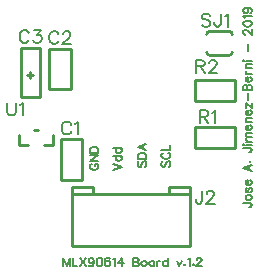
<source format=gto>
G04 Layer: TopSilkLayer*
G04 EasyEDA v6.1.49, Tue, 04 Jun 2019 06:49:07 GMT*
G04 9f8e81427d8b462fa1083d36fee6df15,195b170a8e6c43a181dcefc3e1346bee,10*
G04 Gerber Generator version 0.2*
G04 Scale: 100 percent, Rotated: No, Reflected: No *
G04 Dimensions in millimeters *
G04 leading zeros omitted , absolute positions ,3 integer and 3 decimal *
%FSLAX33Y33*%
%MOMM*%
G90*
G71D02*

%ADD10C,0.254000*%
%ADD21C,0.228600*%
%ADD22C,0.203200*%
%ADD23C,0.177800*%
%ADD24C,0.152400*%

%LPD*%
G54D10*
G01X1691Y14917D02*
G01X1691Y19083D01*
G01X3317Y19083D01*
G01X3317Y14917D01*
G01X1691Y14917D01*
G01X2504Y16568D02*
G01X2504Y17051D01*
G01X2758Y16822D02*
G01X2250Y16822D01*
G54D21*
G01X6901Y11350D02*
G01X6901Y7950D01*
G01X5102Y7950D01*
G01X5102Y11350D01*
G01X6901Y11350D01*
G01X4103Y15649D02*
G01X4103Y19049D01*
G01X5903Y19049D01*
G01X5903Y15649D01*
G01X4103Y15649D01*
G01X19851Y10603D02*
G01X16451Y10603D01*
G01X16451Y12403D01*
G01X19851Y12403D01*
G01X19851Y10603D01*
G01X19852Y14599D02*
G01X16452Y14599D01*
G01X16452Y16399D01*
G01X19852Y16399D01*
G01X19852Y14599D01*
G54D10*
G01X16007Y3509D02*
G01X16007Y5491D01*
G01X5999Y3001D02*
G01X5999Y5999D01*
G01X5999Y6710D02*
G01X7802Y6710D01*
G01X7802Y7294D01*
G01X5999Y7294D01*
G01X5999Y6710D01*
G01X5999Y2290D01*
G01X16007Y2290D01*
G01X16007Y6710D01*
G01X14203Y6710D01*
G01X14203Y7294D01*
G01X16007Y7294D01*
G01X16007Y6710D01*
G01X14203Y6710D02*
G01X7802Y6710D01*
G01X3182Y12136D02*
G01X2827Y12136D01*
G01X1557Y11755D02*
G01X1557Y10866D01*
G01X2319Y10866D01*
G01X3690Y10866D02*
G01X4452Y10866D01*
G01X4452Y11755D01*
G01X19318Y18482D02*
G01X17692Y18482D01*
G01X17692Y20514D02*
G01X19318Y20514D01*
G54D22*
G01X7683Y9298D02*
G01X7614Y9263D01*
G01X7546Y9194D01*
G01X7510Y9126D01*
G01X7510Y8986D01*
G01X7546Y8917D01*
G01X7614Y8849D01*
G01X7683Y8813D01*
G01X7787Y8780D01*
G01X7960Y8780D01*
G01X8064Y8813D01*
G01X8133Y8849D01*
G01X8204Y8917D01*
G01X8237Y8986D01*
G01X8237Y9126D01*
G01X8204Y9194D01*
G01X8133Y9263D01*
G01X8064Y9298D01*
G01X7960Y9298D01*
G01X7960Y9126D02*
G01X7960Y9298D01*
G01X7510Y9527D02*
G01X8237Y9527D01*
G01X7510Y9527D02*
G01X8237Y10012D01*
G01X7510Y10012D02*
G01X8237Y10012D01*
G01X7510Y10241D02*
G01X8237Y10241D01*
G01X7510Y10241D02*
G01X7510Y10482D01*
G01X7546Y10586D01*
G01X7614Y10657D01*
G01X7683Y10690D01*
G01X7787Y10726D01*
G01X7960Y10726D01*
G01X8064Y10690D01*
G01X8133Y10657D01*
G01X8204Y10586D01*
G01X8237Y10482D01*
G01X8237Y10241D01*
G01X9489Y8760D02*
G01X10218Y9037D01*
G01X9489Y9314D02*
G01X10218Y9037D01*
G01X9489Y9959D02*
G01X10218Y9959D01*
G01X9837Y9959D02*
G01X9766Y9890D01*
G01X9733Y9819D01*
G01X9733Y9715D01*
G01X9766Y9646D01*
G01X9837Y9578D01*
G01X9941Y9542D01*
G01X10010Y9542D01*
G01X10114Y9578D01*
G01X10182Y9646D01*
G01X10218Y9715D01*
G01X10218Y9819D01*
G01X10182Y9890D01*
G01X10114Y9959D01*
G01X9489Y10601D02*
G01X10218Y10601D01*
G01X9837Y10601D02*
G01X9766Y10533D01*
G01X9733Y10464D01*
G01X9733Y10360D01*
G01X9766Y10292D01*
G01X9837Y10220D01*
G01X9941Y10187D01*
G01X10010Y10187D01*
G01X10114Y10220D01*
G01X10182Y10292D01*
G01X10218Y10360D01*
G01X10218Y10464D01*
G01X10182Y10533D01*
G01X10114Y10601D01*
G01X11684Y9486D02*
G01X11615Y9418D01*
G01X11579Y9314D01*
G01X11579Y9174D01*
G01X11615Y9070D01*
G01X11684Y9001D01*
G01X11755Y9001D01*
G01X11823Y9037D01*
G01X11856Y9070D01*
G01X11892Y9141D01*
G01X11960Y9347D01*
G01X11996Y9418D01*
G01X12031Y9451D01*
G01X12100Y9486D01*
G01X12204Y9486D01*
G01X12273Y9418D01*
G01X12308Y9314D01*
G01X12308Y9174D01*
G01X12273Y9070D01*
G01X12204Y9001D01*
G01X11579Y9715D02*
G01X12308Y9715D01*
G01X11579Y9715D02*
G01X11579Y9956D01*
G01X11615Y10060D01*
G01X11684Y10132D01*
G01X11755Y10165D01*
G01X11856Y10200D01*
G01X12031Y10200D01*
G01X12136Y10165D01*
G01X12204Y10132D01*
G01X12273Y10060D01*
G01X12308Y9956D01*
G01X12308Y9715D01*
G01X11579Y10706D02*
G01X12308Y10429D01*
G01X11579Y10706D02*
G01X12308Y10982D01*
G01X12065Y10533D02*
G01X12065Y10878D01*
G01X13690Y9486D02*
G01X13622Y9418D01*
G01X13586Y9314D01*
G01X13586Y9174D01*
G01X13622Y9070D01*
G01X13690Y9001D01*
G01X13761Y9001D01*
G01X13830Y9037D01*
G01X13863Y9070D01*
G01X13898Y9141D01*
G01X13967Y9347D01*
G01X14003Y9418D01*
G01X14038Y9451D01*
G01X14107Y9486D01*
G01X14211Y9486D01*
G01X14279Y9418D01*
G01X14315Y9314D01*
G01X14315Y9174D01*
G01X14279Y9070D01*
G01X14211Y9001D01*
G01X13761Y10233D02*
G01X13690Y10200D01*
G01X13622Y10132D01*
G01X13586Y10060D01*
G01X13586Y9923D01*
G01X13622Y9852D01*
G01X13690Y9784D01*
G01X13761Y9751D01*
G01X13863Y9715D01*
G01X14038Y9715D01*
G01X14142Y9751D01*
G01X14211Y9784D01*
G01X14279Y9852D01*
G01X14315Y9923D01*
G01X14315Y10060D01*
G01X14279Y10132D01*
G01X14211Y10200D01*
G01X14142Y10233D01*
G01X13586Y10462D02*
G01X14315Y10462D01*
G01X14315Y10462D02*
G01X14315Y10878D01*
G01X5280Y1343D02*
G01X5280Y614D01*
G01X5280Y1343D02*
G01X5557Y614D01*
G01X5834Y1343D02*
G01X5557Y614D01*
G01X5834Y1343D02*
G01X5834Y614D01*
G01X6062Y1343D02*
G01X6062Y614D01*
G01X6062Y614D02*
G01X6479Y614D01*
G01X6708Y1343D02*
G01X7193Y614D01*
G01X7193Y1343D02*
G01X6708Y614D01*
G01X7871Y1099D02*
G01X7835Y995D01*
G01X7767Y927D01*
G01X7663Y891D01*
G01X7630Y891D01*
G01X7526Y927D01*
G01X7454Y995D01*
G01X7421Y1099D01*
G01X7421Y1135D01*
G01X7454Y1239D01*
G01X7526Y1308D01*
G01X7630Y1343D01*
G01X7663Y1343D01*
G01X7767Y1308D01*
G01X7835Y1239D01*
G01X7871Y1099D01*
G01X7871Y927D01*
G01X7835Y754D01*
G01X7767Y650D01*
G01X7663Y614D01*
G01X7594Y614D01*
G01X7490Y650D01*
G01X7454Y718D01*
G01X8308Y1343D02*
G01X8204Y1308D01*
G01X8135Y1203D01*
G01X8100Y1031D01*
G01X8100Y927D01*
G01X8135Y754D01*
G01X8204Y650D01*
G01X8308Y614D01*
G01X8376Y614D01*
G01X8481Y650D01*
G01X8549Y754D01*
G01X8585Y927D01*
G01X8585Y1031D01*
G01X8549Y1203D01*
G01X8481Y1308D01*
G01X8376Y1343D01*
G01X8308Y1343D01*
G01X9230Y1239D02*
G01X9194Y1308D01*
G01X9090Y1343D01*
G01X9022Y1343D01*
G01X8917Y1308D01*
G01X8849Y1203D01*
G01X8813Y1031D01*
G01X8813Y858D01*
G01X8849Y718D01*
G01X8917Y650D01*
G01X9022Y614D01*
G01X9055Y614D01*
G01X9159Y650D01*
G01X9230Y718D01*
G01X9263Y822D01*
G01X9263Y858D01*
G01X9230Y962D01*
G01X9159Y1031D01*
G01X9055Y1066D01*
G01X9022Y1066D01*
G01X8917Y1031D01*
G01X8849Y962D01*
G01X8813Y858D01*
G01X9491Y1203D02*
G01X9560Y1239D01*
G01X9664Y1343D01*
G01X9664Y614D01*
G01X10241Y1343D02*
G01X9893Y858D01*
G01X10414Y858D01*
G01X10241Y1343D02*
G01X10241Y614D01*
G01X11176Y1343D02*
G01X11176Y614D01*
G01X11176Y1343D02*
G01X11488Y1343D01*
G01X11592Y1308D01*
G01X11625Y1272D01*
G01X11661Y1203D01*
G01X11661Y1135D01*
G01X11625Y1066D01*
G01X11592Y1031D01*
G01X11488Y995D01*
G01X11176Y995D02*
G01X11488Y995D01*
G01X11592Y962D01*
G01X11625Y927D01*
G01X11661Y858D01*
G01X11661Y754D01*
G01X11625Y685D01*
G01X11592Y650D01*
G01X11488Y614D01*
G01X11176Y614D01*
G01X12062Y1099D02*
G01X11993Y1066D01*
G01X11922Y995D01*
G01X11889Y891D01*
G01X11889Y822D01*
G01X11922Y718D01*
G01X11993Y650D01*
G01X12062Y614D01*
G01X12166Y614D01*
G01X12235Y650D01*
G01X12303Y718D01*
G01X12339Y822D01*
G01X12339Y891D01*
G01X12303Y995D01*
G01X12235Y1066D01*
G01X12166Y1099D01*
G01X12062Y1099D01*
G01X12984Y1099D02*
G01X12984Y614D01*
G01X12984Y995D02*
G01X12913Y1066D01*
G01X12844Y1099D01*
G01X12740Y1099D01*
G01X12672Y1066D01*
G01X12603Y995D01*
G01X12567Y891D01*
G01X12567Y822D01*
G01X12603Y718D01*
G01X12672Y650D01*
G01X12740Y614D01*
G01X12844Y614D01*
G01X12913Y650D01*
G01X12984Y718D01*
G01X13213Y1099D02*
G01X13213Y614D01*
G01X13213Y891D02*
G01X13246Y995D01*
G01X13317Y1066D01*
G01X13385Y1099D01*
G01X13489Y1099D01*
G01X14132Y1343D02*
G01X14132Y614D01*
G01X14132Y995D02*
G01X14063Y1066D01*
G01X13995Y1099D01*
G01X13891Y1099D01*
G01X13822Y1066D01*
G01X13751Y995D01*
G01X13718Y891D01*
G01X13718Y822D01*
G01X13751Y718D01*
G01X13822Y650D01*
G01X13891Y614D01*
G01X13995Y614D01*
G01X14063Y650D01*
G01X14132Y718D01*
G01X14894Y1099D02*
G01X15102Y614D01*
G01X15311Y1099D02*
G01X15102Y614D01*
G01X15575Y787D02*
G01X15539Y754D01*
G01X15575Y718D01*
G01X15608Y754D01*
G01X15575Y787D01*
G01X15836Y1203D02*
G01X15908Y1239D01*
G01X16012Y1343D01*
G01X16012Y614D01*
G01X16273Y787D02*
G01X16240Y754D01*
G01X16273Y718D01*
G01X16309Y754D01*
G01X16273Y787D01*
G01X16570Y1168D02*
G01X16570Y1203D01*
G01X16606Y1272D01*
G01X16642Y1308D01*
G01X16710Y1343D01*
G01X16850Y1343D01*
G01X16918Y1308D01*
G01X16951Y1272D01*
G01X16987Y1203D01*
G01X16987Y1135D01*
G01X16951Y1066D01*
G01X16883Y962D01*
G01X16537Y614D01*
G01X17023Y614D01*
G01X20507Y5979D02*
G01X21064Y5979D01*
G01X21165Y5946D01*
G01X21201Y5910D01*
G01X21236Y5842D01*
G01X21236Y5773D01*
G01X21201Y5702D01*
G01X21165Y5669D01*
G01X21064Y5633D01*
G01X20993Y5633D01*
G01X20751Y6383D02*
G01X20784Y6311D01*
G01X20855Y6243D01*
G01X20960Y6207D01*
G01X21028Y6207D01*
G01X21132Y6243D01*
G01X21201Y6311D01*
G01X21236Y6383D01*
G01X21236Y6484D01*
G01X21201Y6555D01*
G01X21132Y6624D01*
G01X21028Y6659D01*
G01X20960Y6659D01*
G01X20855Y6624D01*
G01X20784Y6555D01*
G01X20751Y6484D01*
G01X20751Y6383D01*
G01X20855Y7269D02*
G01X20784Y7233D01*
G01X20751Y7129D01*
G01X20751Y7025D01*
G01X20784Y6921D01*
G01X20855Y6888D01*
G01X20924Y6921D01*
G01X20960Y6992D01*
G01X20993Y7165D01*
G01X21028Y7233D01*
G01X21097Y7269D01*
G01X21132Y7269D01*
G01X21201Y7233D01*
G01X21236Y7129D01*
G01X21236Y7025D01*
G01X21201Y6921D01*
G01X21132Y6888D01*
G01X20960Y7498D02*
G01X20960Y7912D01*
G01X20888Y7912D01*
G01X20820Y7879D01*
G01X20784Y7843D01*
G01X20751Y7774D01*
G01X20751Y7670D01*
G01X20784Y7602D01*
G01X20855Y7531D01*
G01X20960Y7498D01*
G01X21028Y7498D01*
G01X21132Y7531D01*
G01X21201Y7602D01*
G01X21236Y7670D01*
G01X21236Y7774D01*
G01X21201Y7843D01*
G01X21132Y7912D01*
G01X20507Y8950D02*
G01X21236Y8674D01*
G01X20507Y8950D02*
G01X21236Y9227D01*
G01X20993Y8778D02*
G01X20993Y9126D01*
G01X21064Y9491D02*
G01X21097Y9456D01*
G01X21132Y9491D01*
G01X21097Y9527D01*
G01X21064Y9491D01*
G01X20507Y10634D02*
G01X21064Y10634D01*
G01X21165Y10599D01*
G01X21201Y10566D01*
G01X21236Y10497D01*
G01X21236Y10426D01*
G01X21201Y10358D01*
G01X21165Y10322D01*
G01X21064Y10289D01*
G01X20993Y10289D01*
G01X20507Y10863D02*
G01X20543Y10899D01*
G01X20507Y10932D01*
G01X20474Y10899D01*
G01X20507Y10863D01*
G01X20751Y10899D02*
G01X21236Y10899D01*
G01X20751Y11160D02*
G01X21236Y11160D01*
G01X20888Y11160D02*
G01X20784Y11264D01*
G01X20751Y11336D01*
G01X20751Y11437D01*
G01X20784Y11508D01*
G01X20888Y11541D01*
G01X21236Y11541D01*
G01X20888Y11541D02*
G01X20784Y11645D01*
G01X20751Y11717D01*
G01X20751Y11818D01*
G01X20784Y11889D01*
G01X20888Y11922D01*
G01X21236Y11922D01*
G01X20960Y12151D02*
G01X20960Y12567D01*
G01X20888Y12567D01*
G01X20820Y12532D01*
G01X20784Y12499D01*
G01X20751Y12428D01*
G01X20751Y12326D01*
G01X20784Y12255D01*
G01X20855Y12186D01*
G01X20960Y12151D01*
G01X21028Y12151D01*
G01X21132Y12186D01*
G01X21201Y12255D01*
G01X21236Y12326D01*
G01X21236Y12428D01*
G01X21201Y12499D01*
G01X21132Y12567D01*
G01X20751Y12796D02*
G01X21236Y12796D01*
G01X20888Y12796D02*
G01X20784Y12900D01*
G01X20751Y12969D01*
G01X20751Y13073D01*
G01X20784Y13141D01*
G01X20888Y13177D01*
G01X21236Y13177D01*
G01X20960Y13406D02*
G01X20960Y13822D01*
G01X20888Y13822D01*
G01X20820Y13787D01*
G01X20784Y13751D01*
G01X20751Y13682D01*
G01X20751Y13578D01*
G01X20784Y13510D01*
G01X20855Y13441D01*
G01X20960Y13406D01*
G01X21028Y13406D01*
G01X21132Y13441D01*
G01X21201Y13510D01*
G01X21236Y13578D01*
G01X21236Y13682D01*
G01X21201Y13751D01*
G01X21132Y13822D01*
G01X20751Y14432D02*
G01X21236Y14051D01*
G01X20751Y14051D02*
G01X20751Y14432D01*
G01X21236Y14051D02*
G01X21236Y14432D01*
G01X20924Y14660D02*
G01X20924Y15283D01*
G01X20507Y15511D02*
G01X21236Y15511D01*
G01X20507Y15511D02*
G01X20507Y15824D01*
G01X20543Y15928D01*
G01X20579Y15961D01*
G01X20647Y15996D01*
G01X20716Y15996D01*
G01X20784Y15961D01*
G01X20820Y15928D01*
G01X20855Y15824D01*
G01X20855Y15511D02*
G01X20855Y15824D01*
G01X20888Y15928D01*
G01X20924Y15961D01*
G01X20993Y15996D01*
G01X21097Y15996D01*
G01X21165Y15961D01*
G01X21201Y15928D01*
G01X21236Y15824D01*
G01X21236Y15511D01*
G01X20960Y16225D02*
G01X20960Y16642D01*
G01X20888Y16642D01*
G01X20820Y16606D01*
G01X20784Y16570D01*
G01X20751Y16502D01*
G01X20751Y16398D01*
G01X20784Y16329D01*
G01X20855Y16261D01*
G01X20960Y16225D01*
G01X21028Y16225D01*
G01X21132Y16261D01*
G01X21201Y16329D01*
G01X21236Y16398D01*
G01X21236Y16502D01*
G01X21201Y16570D01*
G01X21132Y16642D01*
G01X20751Y16870D02*
G01X21236Y16870D01*
G01X20960Y16870D02*
G01X20855Y16903D01*
G01X20784Y16974D01*
G01X20751Y17043D01*
G01X20751Y17147D01*
G01X20751Y17376D02*
G01X21236Y17376D01*
G01X20888Y17376D02*
G01X20784Y17480D01*
G01X20751Y17548D01*
G01X20751Y17653D01*
G01X20784Y17721D01*
G01X20888Y17757D01*
G01X21236Y17757D01*
G01X20507Y17985D02*
G01X20543Y18018D01*
G01X20507Y18054D01*
G01X20474Y18018D01*
G01X20507Y17985D01*
G01X20751Y18018D02*
G01X21236Y18018D01*
G01X20924Y18816D02*
G01X20924Y19438D01*
G01X20683Y20236D02*
G01X20647Y20236D01*
G01X20579Y20271D01*
G01X20543Y20304D01*
G01X20507Y20375D01*
G01X20507Y20513D01*
G01X20543Y20581D01*
G01X20579Y20617D01*
G01X20647Y20652D01*
G01X20716Y20652D01*
G01X20784Y20617D01*
G01X20888Y20548D01*
G01X21236Y20200D01*
G01X21236Y20685D01*
G01X20507Y21122D02*
G01X20543Y21018D01*
G01X20647Y20949D01*
G01X20820Y20914D01*
G01X20924Y20914D01*
G01X21097Y20949D01*
G01X21201Y21018D01*
G01X21236Y21122D01*
G01X21236Y21191D01*
G01X21201Y21295D01*
G01X21097Y21366D01*
G01X20924Y21399D01*
G01X20820Y21399D01*
G01X20647Y21366D01*
G01X20543Y21295D01*
G01X20507Y21191D01*
G01X20507Y21122D01*
G01X20647Y21628D02*
G01X20612Y21699D01*
G01X20507Y21800D01*
G01X21236Y21800D01*
G01X20751Y22481D02*
G01X20855Y22445D01*
G01X20924Y22377D01*
G01X20960Y22273D01*
G01X20960Y22237D01*
G01X20924Y22133D01*
G01X20855Y22064D01*
G01X20751Y22029D01*
G01X20716Y22029D01*
G01X20612Y22064D01*
G01X20543Y22133D01*
G01X20507Y22237D01*
G01X20507Y22273D01*
G01X20543Y22377D01*
G01X20612Y22445D01*
G01X20751Y22481D01*
G01X20924Y22481D01*
G01X21097Y22445D01*
G01X21201Y22377D01*
G01X21236Y22273D01*
G01X21236Y22204D01*
G01X21201Y22100D01*
G01X21132Y22064D01*
G54D23*
G01X2377Y20363D02*
G01X2324Y20467D01*
G01X2219Y20571D01*
G01X2118Y20622D01*
G01X1910Y20622D01*
G01X1805Y20571D01*
G01X1701Y20467D01*
G01X1648Y20363D01*
G01X1597Y20208D01*
G01X1597Y19949D01*
G01X1648Y19791D01*
G01X1701Y19687D01*
G01X1805Y19583D01*
G01X1910Y19532D01*
G01X2118Y19532D01*
G01X2219Y19583D01*
G01X2324Y19687D01*
G01X2377Y19791D01*
G01X2824Y20622D02*
G01X3395Y20622D01*
G01X3086Y20208D01*
G01X3238Y20208D01*
G01X3345Y20154D01*
G01X3395Y20104D01*
G01X3446Y19949D01*
G01X3446Y19845D01*
G01X3395Y19687D01*
G01X3291Y19583D01*
G01X3134Y19532D01*
G01X2979Y19532D01*
G01X2824Y19583D01*
G01X2773Y19636D01*
G01X2720Y19740D01*
G01X5946Y12603D02*
G01X5895Y12707D01*
G01X5786Y12811D01*
G01X5687Y12865D01*
G01X5473Y12865D01*
G01X5374Y12811D01*
G01X5273Y12707D01*
G01X5214Y12603D01*
G01X5168Y12448D01*
G01X5168Y12189D01*
G01X5214Y12031D01*
G01X5273Y11930D01*
G01X5374Y11826D01*
G01X5473Y11772D01*
G01X5687Y11772D01*
G01X5786Y11826D01*
G01X5895Y11930D01*
G01X5946Y12031D01*
G01X6289Y12656D02*
G01X6393Y12707D01*
G01X6548Y12865D01*
G01X6548Y11772D01*
G01X4871Y20261D02*
G01X4820Y20365D01*
G01X4716Y20469D01*
G01X4612Y20523D01*
G01X4404Y20523D01*
G01X4300Y20469D01*
G01X4198Y20365D01*
G01X4145Y20261D01*
G01X4094Y20106D01*
G01X4094Y19847D01*
G01X4145Y19690D01*
G01X4198Y19588D01*
G01X4300Y19484D01*
G01X4404Y19431D01*
G01X4612Y19431D01*
G01X4716Y19484D01*
G01X4820Y19588D01*
G01X4871Y19690D01*
G01X5267Y20261D02*
G01X5267Y20314D01*
G01X5318Y20419D01*
G01X5372Y20469D01*
G01X5476Y20523D01*
G01X5684Y20523D01*
G01X5786Y20469D01*
G01X5839Y20419D01*
G01X5890Y20314D01*
G01X5890Y20210D01*
G01X5839Y20106D01*
G01X5735Y19951D01*
G01X5214Y19431D01*
G01X5943Y19431D01*
G01X16832Y13812D02*
G01X16832Y12720D01*
G01X16832Y13812D02*
G01X17299Y13812D01*
G01X17454Y13759D01*
G01X17508Y13708D01*
G01X17559Y13604D01*
G01X17559Y13500D01*
G01X17508Y13395D01*
G01X17454Y13345D01*
G01X17299Y13291D01*
G01X16832Y13291D01*
G01X17195Y13291D02*
G01X17559Y12720D01*
G01X17901Y13604D02*
G01X18006Y13655D01*
G01X18161Y13812D01*
G01X18161Y12720D01*
G01X16510Y18067D02*
G01X16510Y16974D01*
G01X16510Y18067D02*
G01X16982Y18067D01*
G01X17134Y18013D01*
G01X17188Y17962D01*
G01X17241Y17858D01*
G01X17241Y17754D01*
G01X17188Y17650D01*
G01X17134Y17599D01*
G01X16982Y17546D01*
G01X16510Y17546D01*
G01X16875Y17546D02*
G01X17241Y16974D01*
G01X17632Y17805D02*
G01X17632Y17858D01*
G01X17686Y17962D01*
G01X17731Y18013D01*
G01X17843Y18067D01*
G01X18049Y18067D01*
G01X18150Y18013D01*
G01X18204Y17962D01*
G01X18257Y17858D01*
G01X18257Y17754D01*
G01X18204Y17650D01*
G01X18102Y17495D01*
G01X17579Y16974D01*
G01X18303Y16974D01*
G54D24*
G01X17023Y7000D02*
G01X17023Y6169D01*
G01X16970Y6014D01*
G01X16919Y5961D01*
G01X16815Y5910D01*
G01X16711Y5910D01*
G01X16607Y5961D01*
G01X16554Y6014D01*
G01X16503Y6169D01*
G01X16503Y6274D01*
G01X17417Y6741D02*
G01X17417Y6794D01*
G01X17468Y6898D01*
G01X17521Y6949D01*
G01X17625Y7000D01*
G01X17834Y7000D01*
G01X17938Y6949D01*
G01X17989Y6898D01*
G01X18039Y6794D01*
G01X18039Y6690D01*
G01X17989Y6586D01*
G01X17885Y6428D01*
G01X17366Y5910D01*
G01X18093Y5910D01*
G54D23*
G01X535Y14480D02*
G01X535Y13703D01*
G01X586Y13545D01*
G01X690Y13441D01*
G01X848Y13390D01*
G01X952Y13390D01*
G01X1107Y13441D01*
G01X1211Y13545D01*
G01X1262Y13703D01*
G01X1262Y14480D01*
G01X1605Y14274D02*
G01X1709Y14325D01*
G01X1866Y14480D01*
G01X1866Y13390D01*
G54D24*
G01X17731Y21843D02*
G01X17627Y21948D01*
G01X17472Y21998D01*
G01X17264Y21998D01*
G01X17109Y21948D01*
G01X17005Y21843D01*
G01X17005Y21739D01*
G01X17056Y21635D01*
G01X17109Y21584D01*
G01X17213Y21531D01*
G01X17525Y21427D01*
G01X17627Y21376D01*
G01X17680Y21325D01*
G01X17731Y21221D01*
G01X17731Y21064D01*
G01X17627Y20960D01*
G01X17472Y20909D01*
G01X17264Y20909D01*
G01X17109Y20960D01*
G01X17005Y21064D01*
G01X18595Y21998D02*
G01X18595Y21168D01*
G01X18541Y21013D01*
G01X18491Y20960D01*
G01X18387Y20909D01*
G01X18282Y20909D01*
G01X18178Y20960D01*
G01X18127Y21013D01*
G01X18074Y21168D01*
G01X18074Y21272D01*
G01X18938Y21793D02*
G01X19042Y21843D01*
G01X19197Y21998D01*
G01X19197Y20909D01*
G54D10*
G75*
G01X19331Y20515D02*
G02X19585Y20261I0J-254D01*
G01*
G75*
G01X17426Y20261D02*
G02X17680Y20515I254J0D01*
G01*
G75*
G01X17426Y18737D02*
G03X17680Y18483I254J0D01*
G01*
G75*
G01X19331Y18483D02*
G03X19585Y18737I0J254D01*
G01*
M00*
M02*

</source>
